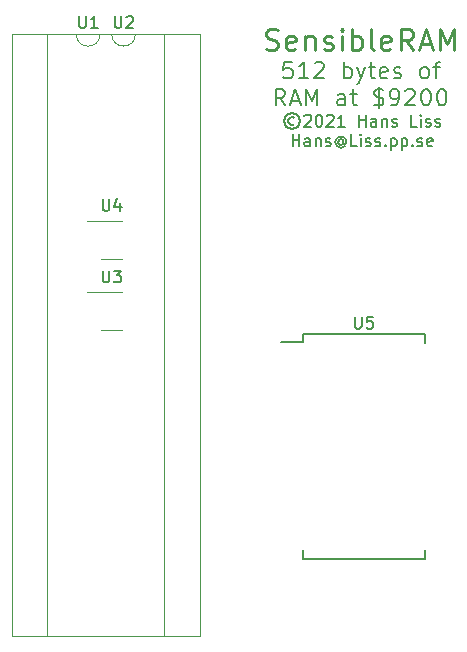
<source format=gbr>
%TF.GenerationSoftware,KiCad,Pcbnew,(5.1.10)-1*%
%TF.CreationDate,2021-09-20T13:18:37+02:00*%
%TF.ProjectId,SensibleRAM,53656e73-6962-46c6-9552-414d2e6b6963,rev?*%
%TF.SameCoordinates,Original*%
%TF.FileFunction,Legend,Top*%
%TF.FilePolarity,Positive*%
%FSLAX46Y46*%
G04 Gerber Fmt 4.6, Leading zero omitted, Abs format (unit mm)*
G04 Created by KiCad (PCBNEW (5.1.10)-1) date 2021-09-20 13:18:37*
%MOMM*%
%LPD*%
G01*
G04 APERTURE LIST*
%ADD10C,0.150000*%
%ADD11C,0.200000*%
%ADD12C,0.250000*%
%ADD13C,0.120000*%
G04 APERTURE END LIST*
D10*
X158068095Y-88725476D02*
X157972857Y-88677857D01*
X157782380Y-88677857D01*
X157687142Y-88725476D01*
X157591904Y-88820714D01*
X157544285Y-88915952D01*
X157544285Y-89106428D01*
X157591904Y-89201666D01*
X157687142Y-89296904D01*
X157782380Y-89344523D01*
X157972857Y-89344523D01*
X158068095Y-89296904D01*
X157877619Y-88344523D02*
X157639523Y-88392142D01*
X157401428Y-88535000D01*
X157258571Y-88773095D01*
X157210952Y-89011190D01*
X157258571Y-89249285D01*
X157401428Y-89487380D01*
X157639523Y-89630238D01*
X157877619Y-89677857D01*
X158115714Y-89630238D01*
X158353809Y-89487380D01*
X158496666Y-89249285D01*
X158544285Y-89011190D01*
X158496666Y-88773095D01*
X158353809Y-88535000D01*
X158115714Y-88392142D01*
X157877619Y-88344523D01*
X158925238Y-88582619D02*
X158972857Y-88535000D01*
X159068095Y-88487380D01*
X159306190Y-88487380D01*
X159401428Y-88535000D01*
X159449047Y-88582619D01*
X159496666Y-88677857D01*
X159496666Y-88773095D01*
X159449047Y-88915952D01*
X158877619Y-89487380D01*
X159496666Y-89487380D01*
X160115714Y-88487380D02*
X160210952Y-88487380D01*
X160306190Y-88535000D01*
X160353809Y-88582619D01*
X160401428Y-88677857D01*
X160449047Y-88868333D01*
X160449047Y-89106428D01*
X160401428Y-89296904D01*
X160353809Y-89392142D01*
X160306190Y-89439761D01*
X160210952Y-89487380D01*
X160115714Y-89487380D01*
X160020476Y-89439761D01*
X159972857Y-89392142D01*
X159925238Y-89296904D01*
X159877619Y-89106428D01*
X159877619Y-88868333D01*
X159925238Y-88677857D01*
X159972857Y-88582619D01*
X160020476Y-88535000D01*
X160115714Y-88487380D01*
X160830000Y-88582619D02*
X160877619Y-88535000D01*
X160972857Y-88487380D01*
X161210952Y-88487380D01*
X161306190Y-88535000D01*
X161353809Y-88582619D01*
X161401428Y-88677857D01*
X161401428Y-88773095D01*
X161353809Y-88915952D01*
X160782380Y-89487380D01*
X161401428Y-89487380D01*
X162353809Y-89487380D02*
X161782380Y-89487380D01*
X162068095Y-89487380D02*
X162068095Y-88487380D01*
X161972857Y-88630238D01*
X161877619Y-88725476D01*
X161782380Y-88773095D01*
X163544285Y-89487380D02*
X163544285Y-88487380D01*
X163544285Y-88963571D02*
X164115714Y-88963571D01*
X164115714Y-89487380D02*
X164115714Y-88487380D01*
X165020476Y-89487380D02*
X165020476Y-88963571D01*
X164972857Y-88868333D01*
X164877619Y-88820714D01*
X164687142Y-88820714D01*
X164591904Y-88868333D01*
X165020476Y-89439761D02*
X164925238Y-89487380D01*
X164687142Y-89487380D01*
X164591904Y-89439761D01*
X164544285Y-89344523D01*
X164544285Y-89249285D01*
X164591904Y-89154047D01*
X164687142Y-89106428D01*
X164925238Y-89106428D01*
X165020476Y-89058809D01*
X165496666Y-88820714D02*
X165496666Y-89487380D01*
X165496666Y-88915952D02*
X165544285Y-88868333D01*
X165639523Y-88820714D01*
X165782380Y-88820714D01*
X165877619Y-88868333D01*
X165925238Y-88963571D01*
X165925238Y-89487380D01*
X166353809Y-89439761D02*
X166449047Y-89487380D01*
X166639523Y-89487380D01*
X166734761Y-89439761D01*
X166782380Y-89344523D01*
X166782380Y-89296904D01*
X166734761Y-89201666D01*
X166639523Y-89154047D01*
X166496666Y-89154047D01*
X166401428Y-89106428D01*
X166353809Y-89011190D01*
X166353809Y-88963571D01*
X166401428Y-88868333D01*
X166496666Y-88820714D01*
X166639523Y-88820714D01*
X166734761Y-88868333D01*
X168449047Y-89487380D02*
X167972857Y-89487380D01*
X167972857Y-88487380D01*
X168782380Y-89487380D02*
X168782380Y-88820714D01*
X168782380Y-88487380D02*
X168734761Y-88535000D01*
X168782380Y-88582619D01*
X168830000Y-88535000D01*
X168782380Y-88487380D01*
X168782380Y-88582619D01*
X169210952Y-89439761D02*
X169306190Y-89487380D01*
X169496666Y-89487380D01*
X169591904Y-89439761D01*
X169639523Y-89344523D01*
X169639523Y-89296904D01*
X169591904Y-89201666D01*
X169496666Y-89154047D01*
X169353809Y-89154047D01*
X169258571Y-89106428D01*
X169210952Y-89011190D01*
X169210952Y-88963571D01*
X169258571Y-88868333D01*
X169353809Y-88820714D01*
X169496666Y-88820714D01*
X169591904Y-88868333D01*
X170020476Y-89439761D02*
X170115714Y-89487380D01*
X170306190Y-89487380D01*
X170401428Y-89439761D01*
X170449047Y-89344523D01*
X170449047Y-89296904D01*
X170401428Y-89201666D01*
X170306190Y-89154047D01*
X170163333Y-89154047D01*
X170068095Y-89106428D01*
X170020476Y-89011190D01*
X170020476Y-88963571D01*
X170068095Y-88868333D01*
X170163333Y-88820714D01*
X170306190Y-88820714D01*
X170401428Y-88868333D01*
X157925238Y-91137380D02*
X157925238Y-90137380D01*
X157925238Y-90613571D02*
X158496666Y-90613571D01*
X158496666Y-91137380D02*
X158496666Y-90137380D01*
X159401428Y-91137380D02*
X159401428Y-90613571D01*
X159353809Y-90518333D01*
X159258571Y-90470714D01*
X159068095Y-90470714D01*
X158972857Y-90518333D01*
X159401428Y-91089761D02*
X159306190Y-91137380D01*
X159068095Y-91137380D01*
X158972857Y-91089761D01*
X158925238Y-90994523D01*
X158925238Y-90899285D01*
X158972857Y-90804047D01*
X159068095Y-90756428D01*
X159306190Y-90756428D01*
X159401428Y-90708809D01*
X159877619Y-90470714D02*
X159877619Y-91137380D01*
X159877619Y-90565952D02*
X159925238Y-90518333D01*
X160020476Y-90470714D01*
X160163333Y-90470714D01*
X160258571Y-90518333D01*
X160306190Y-90613571D01*
X160306190Y-91137380D01*
X160734761Y-91089761D02*
X160830000Y-91137380D01*
X161020476Y-91137380D01*
X161115714Y-91089761D01*
X161163333Y-90994523D01*
X161163333Y-90946904D01*
X161115714Y-90851666D01*
X161020476Y-90804047D01*
X160877619Y-90804047D01*
X160782380Y-90756428D01*
X160734761Y-90661190D01*
X160734761Y-90613571D01*
X160782380Y-90518333D01*
X160877619Y-90470714D01*
X161020476Y-90470714D01*
X161115714Y-90518333D01*
X162210952Y-90661190D02*
X162163333Y-90613571D01*
X162068095Y-90565952D01*
X161972857Y-90565952D01*
X161877619Y-90613571D01*
X161830000Y-90661190D01*
X161782380Y-90756428D01*
X161782380Y-90851666D01*
X161830000Y-90946904D01*
X161877619Y-90994523D01*
X161972857Y-91042142D01*
X162068095Y-91042142D01*
X162163333Y-90994523D01*
X162210952Y-90946904D01*
X162210952Y-90565952D02*
X162210952Y-90946904D01*
X162258571Y-90994523D01*
X162306190Y-90994523D01*
X162401428Y-90946904D01*
X162449047Y-90851666D01*
X162449047Y-90613571D01*
X162353809Y-90470714D01*
X162210952Y-90375476D01*
X162020476Y-90327857D01*
X161830000Y-90375476D01*
X161687142Y-90470714D01*
X161591904Y-90613571D01*
X161544285Y-90804047D01*
X161591904Y-90994523D01*
X161687142Y-91137380D01*
X161830000Y-91232619D01*
X162020476Y-91280238D01*
X162210952Y-91232619D01*
X162353809Y-91137380D01*
X163353809Y-91137380D02*
X162877619Y-91137380D01*
X162877619Y-90137380D01*
X163687142Y-91137380D02*
X163687142Y-90470714D01*
X163687142Y-90137380D02*
X163639523Y-90185000D01*
X163687142Y-90232619D01*
X163734761Y-90185000D01*
X163687142Y-90137380D01*
X163687142Y-90232619D01*
X164115714Y-91089761D02*
X164210952Y-91137380D01*
X164401428Y-91137380D01*
X164496666Y-91089761D01*
X164544285Y-90994523D01*
X164544285Y-90946904D01*
X164496666Y-90851666D01*
X164401428Y-90804047D01*
X164258571Y-90804047D01*
X164163333Y-90756428D01*
X164115714Y-90661190D01*
X164115714Y-90613571D01*
X164163333Y-90518333D01*
X164258571Y-90470714D01*
X164401428Y-90470714D01*
X164496666Y-90518333D01*
X164925238Y-91089761D02*
X165020476Y-91137380D01*
X165210952Y-91137380D01*
X165306190Y-91089761D01*
X165353809Y-90994523D01*
X165353809Y-90946904D01*
X165306190Y-90851666D01*
X165210952Y-90804047D01*
X165068095Y-90804047D01*
X164972857Y-90756428D01*
X164925238Y-90661190D01*
X164925238Y-90613571D01*
X164972857Y-90518333D01*
X165068095Y-90470714D01*
X165210952Y-90470714D01*
X165306190Y-90518333D01*
X165782380Y-91042142D02*
X165830000Y-91089761D01*
X165782380Y-91137380D01*
X165734761Y-91089761D01*
X165782380Y-91042142D01*
X165782380Y-91137380D01*
X166258571Y-90470714D02*
X166258571Y-91470714D01*
X166258571Y-90518333D02*
X166353809Y-90470714D01*
X166544285Y-90470714D01*
X166639523Y-90518333D01*
X166687142Y-90565952D01*
X166734761Y-90661190D01*
X166734761Y-90946904D01*
X166687142Y-91042142D01*
X166639523Y-91089761D01*
X166544285Y-91137380D01*
X166353809Y-91137380D01*
X166258571Y-91089761D01*
X167163333Y-90470714D02*
X167163333Y-91470714D01*
X167163333Y-90518333D02*
X167258571Y-90470714D01*
X167449047Y-90470714D01*
X167544285Y-90518333D01*
X167591904Y-90565952D01*
X167639523Y-90661190D01*
X167639523Y-90946904D01*
X167591904Y-91042142D01*
X167544285Y-91089761D01*
X167449047Y-91137380D01*
X167258571Y-91137380D01*
X167163333Y-91089761D01*
X168068095Y-91042142D02*
X168115714Y-91089761D01*
X168068095Y-91137380D01*
X168020476Y-91089761D01*
X168068095Y-91042142D01*
X168068095Y-91137380D01*
X168496666Y-91089761D02*
X168591904Y-91137380D01*
X168782380Y-91137380D01*
X168877619Y-91089761D01*
X168925238Y-90994523D01*
X168925238Y-90946904D01*
X168877619Y-90851666D01*
X168782380Y-90804047D01*
X168639523Y-90804047D01*
X168544285Y-90756428D01*
X168496666Y-90661190D01*
X168496666Y-90613571D01*
X168544285Y-90518333D01*
X168639523Y-90470714D01*
X168782380Y-90470714D01*
X168877619Y-90518333D01*
X169734761Y-91089761D02*
X169639523Y-91137380D01*
X169449047Y-91137380D01*
X169353809Y-91089761D01*
X169306190Y-90994523D01*
X169306190Y-90613571D01*
X169353809Y-90518333D01*
X169449047Y-90470714D01*
X169639523Y-90470714D01*
X169734761Y-90518333D01*
X169782380Y-90613571D01*
X169782380Y-90708809D01*
X169306190Y-90804047D01*
D11*
X157856666Y-83993333D02*
X157190000Y-83993333D01*
X157123333Y-84660000D01*
X157190000Y-84593333D01*
X157323333Y-84526666D01*
X157656666Y-84526666D01*
X157790000Y-84593333D01*
X157856666Y-84660000D01*
X157923333Y-84793333D01*
X157923333Y-85126666D01*
X157856666Y-85260000D01*
X157790000Y-85326666D01*
X157656666Y-85393333D01*
X157323333Y-85393333D01*
X157190000Y-85326666D01*
X157123333Y-85260000D01*
X159256666Y-85393333D02*
X158456666Y-85393333D01*
X158856666Y-85393333D02*
X158856666Y-83993333D01*
X158723333Y-84193333D01*
X158590000Y-84326666D01*
X158456666Y-84393333D01*
X159790000Y-84126666D02*
X159856666Y-84060000D01*
X159990000Y-83993333D01*
X160323333Y-83993333D01*
X160456666Y-84060000D01*
X160523333Y-84126666D01*
X160590000Y-84260000D01*
X160590000Y-84393333D01*
X160523333Y-84593333D01*
X159723333Y-85393333D01*
X160590000Y-85393333D01*
X162256666Y-85393333D02*
X162256666Y-83993333D01*
X162256666Y-84526666D02*
X162390000Y-84460000D01*
X162656666Y-84460000D01*
X162790000Y-84526666D01*
X162856666Y-84593333D01*
X162923333Y-84726666D01*
X162923333Y-85126666D01*
X162856666Y-85260000D01*
X162790000Y-85326666D01*
X162656666Y-85393333D01*
X162390000Y-85393333D01*
X162256666Y-85326666D01*
X163390000Y-84460000D02*
X163723333Y-85393333D01*
X164056666Y-84460000D02*
X163723333Y-85393333D01*
X163590000Y-85726666D01*
X163523333Y-85793333D01*
X163390000Y-85860000D01*
X164390000Y-84460000D02*
X164923333Y-84460000D01*
X164590000Y-83993333D02*
X164590000Y-85193333D01*
X164656666Y-85326666D01*
X164790000Y-85393333D01*
X164923333Y-85393333D01*
X165923333Y-85326666D02*
X165790000Y-85393333D01*
X165523333Y-85393333D01*
X165390000Y-85326666D01*
X165323333Y-85193333D01*
X165323333Y-84660000D01*
X165390000Y-84526666D01*
X165523333Y-84460000D01*
X165790000Y-84460000D01*
X165923333Y-84526666D01*
X165990000Y-84660000D01*
X165990000Y-84793333D01*
X165323333Y-84926666D01*
X166523333Y-85326666D02*
X166656666Y-85393333D01*
X166923333Y-85393333D01*
X167056666Y-85326666D01*
X167123333Y-85193333D01*
X167123333Y-85126666D01*
X167056666Y-84993333D01*
X166923333Y-84926666D01*
X166723333Y-84926666D01*
X166590000Y-84860000D01*
X166523333Y-84726666D01*
X166523333Y-84660000D01*
X166590000Y-84526666D01*
X166723333Y-84460000D01*
X166923333Y-84460000D01*
X167056666Y-84526666D01*
X168990000Y-85393333D02*
X168856666Y-85326666D01*
X168790000Y-85260000D01*
X168723333Y-85126666D01*
X168723333Y-84726666D01*
X168790000Y-84593333D01*
X168856666Y-84526666D01*
X168990000Y-84460000D01*
X169190000Y-84460000D01*
X169323333Y-84526666D01*
X169390000Y-84593333D01*
X169456666Y-84726666D01*
X169456666Y-85126666D01*
X169390000Y-85260000D01*
X169323333Y-85326666D01*
X169190000Y-85393333D01*
X168990000Y-85393333D01*
X169856666Y-84460000D02*
X170390000Y-84460000D01*
X170056666Y-85393333D02*
X170056666Y-84193333D01*
X170123333Y-84060000D01*
X170256666Y-83993333D01*
X170390000Y-83993333D01*
X157290000Y-87693333D02*
X156823333Y-87026666D01*
X156490000Y-87693333D02*
X156490000Y-86293333D01*
X157023333Y-86293333D01*
X157156666Y-86360000D01*
X157223333Y-86426666D01*
X157290000Y-86560000D01*
X157290000Y-86760000D01*
X157223333Y-86893333D01*
X157156666Y-86960000D01*
X157023333Y-87026666D01*
X156490000Y-87026666D01*
X157823333Y-87293333D02*
X158490000Y-87293333D01*
X157690000Y-87693333D02*
X158156666Y-86293333D01*
X158623333Y-87693333D01*
X159090000Y-87693333D02*
X159090000Y-86293333D01*
X159556666Y-87293333D01*
X160023333Y-86293333D01*
X160023333Y-87693333D01*
X162356666Y-87693333D02*
X162356666Y-86960000D01*
X162290000Y-86826666D01*
X162156666Y-86760000D01*
X161890000Y-86760000D01*
X161756666Y-86826666D01*
X162356666Y-87626666D02*
X162223333Y-87693333D01*
X161890000Y-87693333D01*
X161756666Y-87626666D01*
X161690000Y-87493333D01*
X161690000Y-87360000D01*
X161756666Y-87226666D01*
X161890000Y-87160000D01*
X162223333Y-87160000D01*
X162356666Y-87093333D01*
X162823333Y-86760000D02*
X163356666Y-86760000D01*
X163023333Y-86293333D02*
X163023333Y-87493333D01*
X163090000Y-87626666D01*
X163223333Y-87693333D01*
X163356666Y-87693333D01*
X164823333Y-87626666D02*
X165023333Y-87693333D01*
X165356666Y-87693333D01*
X165490000Y-87626666D01*
X165556666Y-87560000D01*
X165623333Y-87426666D01*
X165623333Y-87293333D01*
X165556666Y-87160000D01*
X165490000Y-87093333D01*
X165356666Y-87026666D01*
X165090000Y-86960000D01*
X164956666Y-86893333D01*
X164890000Y-86826666D01*
X164823333Y-86693333D01*
X164823333Y-86560000D01*
X164890000Y-86426666D01*
X164956666Y-86360000D01*
X165090000Y-86293333D01*
X165423333Y-86293333D01*
X165623333Y-86360000D01*
X165223333Y-86093333D02*
X165223333Y-87893333D01*
X166290000Y-87693333D02*
X166556666Y-87693333D01*
X166690000Y-87626666D01*
X166756666Y-87560000D01*
X166890000Y-87360000D01*
X166956666Y-87093333D01*
X166956666Y-86560000D01*
X166890000Y-86426666D01*
X166823333Y-86360000D01*
X166690000Y-86293333D01*
X166423333Y-86293333D01*
X166290000Y-86360000D01*
X166223333Y-86426666D01*
X166156666Y-86560000D01*
X166156666Y-86893333D01*
X166223333Y-87026666D01*
X166290000Y-87093333D01*
X166423333Y-87160000D01*
X166690000Y-87160000D01*
X166823333Y-87093333D01*
X166890000Y-87026666D01*
X166956666Y-86893333D01*
X167490000Y-86426666D02*
X167556666Y-86360000D01*
X167690000Y-86293333D01*
X168023333Y-86293333D01*
X168156666Y-86360000D01*
X168223333Y-86426666D01*
X168290000Y-86560000D01*
X168290000Y-86693333D01*
X168223333Y-86893333D01*
X167423333Y-87693333D01*
X168290000Y-87693333D01*
X169156666Y-86293333D02*
X169290000Y-86293333D01*
X169423333Y-86360000D01*
X169490000Y-86426666D01*
X169556666Y-86560000D01*
X169623333Y-86826666D01*
X169623333Y-87160000D01*
X169556666Y-87426666D01*
X169490000Y-87560000D01*
X169423333Y-87626666D01*
X169290000Y-87693333D01*
X169156666Y-87693333D01*
X169023333Y-87626666D01*
X168956666Y-87560000D01*
X168890000Y-87426666D01*
X168823333Y-87160000D01*
X168823333Y-86826666D01*
X168890000Y-86560000D01*
X168956666Y-86426666D01*
X169023333Y-86360000D01*
X169156666Y-86293333D01*
X170490000Y-86293333D02*
X170623333Y-86293333D01*
X170756666Y-86360000D01*
X170823333Y-86426666D01*
X170890000Y-86560000D01*
X170956666Y-86826666D01*
X170956666Y-87160000D01*
X170890000Y-87426666D01*
X170823333Y-87560000D01*
X170756666Y-87626666D01*
X170623333Y-87693333D01*
X170490000Y-87693333D01*
X170356666Y-87626666D01*
X170290000Y-87560000D01*
X170223333Y-87426666D01*
X170156666Y-87160000D01*
X170156666Y-86826666D01*
X170223333Y-86560000D01*
X170290000Y-86426666D01*
X170356666Y-86360000D01*
X170490000Y-86293333D01*
D12*
X155675714Y-82948571D02*
X155932857Y-83034285D01*
X156361428Y-83034285D01*
X156532857Y-82948571D01*
X156618571Y-82862857D01*
X156704285Y-82691428D01*
X156704285Y-82520000D01*
X156618571Y-82348571D01*
X156532857Y-82262857D01*
X156361428Y-82177142D01*
X156018571Y-82091428D01*
X155847142Y-82005714D01*
X155761428Y-81920000D01*
X155675714Y-81748571D01*
X155675714Y-81577142D01*
X155761428Y-81405714D01*
X155847142Y-81320000D01*
X156018571Y-81234285D01*
X156447142Y-81234285D01*
X156704285Y-81320000D01*
X158161428Y-82948571D02*
X157990000Y-83034285D01*
X157647142Y-83034285D01*
X157475714Y-82948571D01*
X157390000Y-82777142D01*
X157390000Y-82091428D01*
X157475714Y-81920000D01*
X157647142Y-81834285D01*
X157990000Y-81834285D01*
X158161428Y-81920000D01*
X158247142Y-82091428D01*
X158247142Y-82262857D01*
X157390000Y-82434285D01*
X159018571Y-81834285D02*
X159018571Y-83034285D01*
X159018571Y-82005714D02*
X159104285Y-81920000D01*
X159275714Y-81834285D01*
X159532857Y-81834285D01*
X159704285Y-81920000D01*
X159790000Y-82091428D01*
X159790000Y-83034285D01*
X160561428Y-82948571D02*
X160732857Y-83034285D01*
X161075714Y-83034285D01*
X161247142Y-82948571D01*
X161332857Y-82777142D01*
X161332857Y-82691428D01*
X161247142Y-82520000D01*
X161075714Y-82434285D01*
X160818571Y-82434285D01*
X160647142Y-82348571D01*
X160561428Y-82177142D01*
X160561428Y-82091428D01*
X160647142Y-81920000D01*
X160818571Y-81834285D01*
X161075714Y-81834285D01*
X161247142Y-81920000D01*
X162104285Y-83034285D02*
X162104285Y-81834285D01*
X162104285Y-81234285D02*
X162018571Y-81320000D01*
X162104285Y-81405714D01*
X162190000Y-81320000D01*
X162104285Y-81234285D01*
X162104285Y-81405714D01*
X162961428Y-83034285D02*
X162961428Y-81234285D01*
X162961428Y-81920000D02*
X163132857Y-81834285D01*
X163475714Y-81834285D01*
X163647142Y-81920000D01*
X163732857Y-82005714D01*
X163818571Y-82177142D01*
X163818571Y-82691428D01*
X163732857Y-82862857D01*
X163647142Y-82948571D01*
X163475714Y-83034285D01*
X163132857Y-83034285D01*
X162961428Y-82948571D01*
X164847142Y-83034285D02*
X164675714Y-82948571D01*
X164590000Y-82777142D01*
X164590000Y-81234285D01*
X166218571Y-82948571D02*
X166047142Y-83034285D01*
X165704285Y-83034285D01*
X165532857Y-82948571D01*
X165447142Y-82777142D01*
X165447142Y-82091428D01*
X165532857Y-81920000D01*
X165704285Y-81834285D01*
X166047142Y-81834285D01*
X166218571Y-81920000D01*
X166304285Y-82091428D01*
X166304285Y-82262857D01*
X165447142Y-82434285D01*
X168104285Y-83034285D02*
X167504285Y-82177142D01*
X167075714Y-83034285D02*
X167075714Y-81234285D01*
X167761428Y-81234285D01*
X167932857Y-81320000D01*
X168018571Y-81405714D01*
X168104285Y-81577142D01*
X168104285Y-81834285D01*
X168018571Y-82005714D01*
X167932857Y-82091428D01*
X167761428Y-82177142D01*
X167075714Y-82177142D01*
X168790000Y-82520000D02*
X169647142Y-82520000D01*
X168618571Y-83034285D02*
X169218571Y-81234285D01*
X169818571Y-83034285D01*
X170418571Y-83034285D02*
X170418571Y-81234285D01*
X171018571Y-82520000D01*
X171618571Y-81234285D01*
X171618571Y-83034285D01*
D10*
%TO.C,U5*%
X158785000Y-107705000D02*
X156960000Y-107705000D01*
X158785000Y-126105000D02*
X169135000Y-126105000D01*
X158785000Y-107055000D02*
X169135000Y-107055000D01*
X158785000Y-126105000D02*
X158785000Y-125360000D01*
X169135000Y-126105000D02*
X169135000Y-125360000D01*
X169135000Y-107055000D02*
X169135000Y-107800000D01*
X158785000Y-107055000D02*
X158785000Y-107705000D01*
D13*
%TO.C,U3*%
X141710000Y-106730000D02*
X143510000Y-106730000D01*
X143510000Y-103510000D02*
X140560000Y-103510000D01*
%TO.C,U4*%
X143510000Y-97440000D02*
X140560000Y-97440000D01*
X141710000Y-100660000D02*
X143510000Y-100660000D01*
%TO.C,U1*%
X147080000Y-81670000D02*
X141620000Y-81670000D01*
X147080000Y-132590000D02*
X147080000Y-81670000D01*
X134160000Y-132590000D02*
X147080000Y-132590000D01*
X134160000Y-81670000D02*
X134160000Y-132590000D01*
X139620000Y-81670000D02*
X134160000Y-81670000D01*
X141620000Y-81670000D02*
G75*
G02*
X139620000Y-81670000I-1000000J0D01*
G01*
%TO.C,U2*%
X142620000Y-81670000D02*
X137160000Y-81670000D01*
X137160000Y-81670000D02*
X137160000Y-132590000D01*
X137160000Y-132590000D02*
X150080000Y-132590000D01*
X150080000Y-132590000D02*
X150080000Y-81670000D01*
X150080000Y-81670000D02*
X144620000Y-81670000D01*
X144620000Y-81670000D02*
G75*
G02*
X142620000Y-81670000I-1000000J0D01*
G01*
%TO.C,U5*%
D10*
X163198095Y-105582380D02*
X163198095Y-106391904D01*
X163245714Y-106487142D01*
X163293333Y-106534761D01*
X163388571Y-106582380D01*
X163579047Y-106582380D01*
X163674285Y-106534761D01*
X163721904Y-106487142D01*
X163769523Y-106391904D01*
X163769523Y-105582380D01*
X164721904Y-105582380D02*
X164245714Y-105582380D01*
X164198095Y-106058571D01*
X164245714Y-106010952D01*
X164340952Y-105963333D01*
X164579047Y-105963333D01*
X164674285Y-106010952D01*
X164721904Y-106058571D01*
X164769523Y-106153809D01*
X164769523Y-106391904D01*
X164721904Y-106487142D01*
X164674285Y-106534761D01*
X164579047Y-106582380D01*
X164340952Y-106582380D01*
X164245714Y-106534761D01*
X164198095Y-106487142D01*
%TO.C,U3*%
X141848095Y-101672380D02*
X141848095Y-102481904D01*
X141895714Y-102577142D01*
X141943333Y-102624761D01*
X142038571Y-102672380D01*
X142229047Y-102672380D01*
X142324285Y-102624761D01*
X142371904Y-102577142D01*
X142419523Y-102481904D01*
X142419523Y-101672380D01*
X142800476Y-101672380D02*
X143419523Y-101672380D01*
X143086190Y-102053333D01*
X143229047Y-102053333D01*
X143324285Y-102100952D01*
X143371904Y-102148571D01*
X143419523Y-102243809D01*
X143419523Y-102481904D01*
X143371904Y-102577142D01*
X143324285Y-102624761D01*
X143229047Y-102672380D01*
X142943333Y-102672380D01*
X142848095Y-102624761D01*
X142800476Y-102577142D01*
%TO.C,U4*%
X141848095Y-95602380D02*
X141848095Y-96411904D01*
X141895714Y-96507142D01*
X141943333Y-96554761D01*
X142038571Y-96602380D01*
X142229047Y-96602380D01*
X142324285Y-96554761D01*
X142371904Y-96507142D01*
X142419523Y-96411904D01*
X142419523Y-95602380D01*
X143324285Y-95935714D02*
X143324285Y-96602380D01*
X143086190Y-95554761D02*
X142848095Y-96269047D01*
X143467142Y-96269047D01*
%TO.C,U1*%
X139858095Y-80122380D02*
X139858095Y-80931904D01*
X139905714Y-81027142D01*
X139953333Y-81074761D01*
X140048571Y-81122380D01*
X140239047Y-81122380D01*
X140334285Y-81074761D01*
X140381904Y-81027142D01*
X140429523Y-80931904D01*
X140429523Y-80122380D01*
X141429523Y-81122380D02*
X140858095Y-81122380D01*
X141143809Y-81122380D02*
X141143809Y-80122380D01*
X141048571Y-80265238D01*
X140953333Y-80360476D01*
X140858095Y-80408095D01*
%TO.C,U2*%
X142858095Y-80122380D02*
X142858095Y-80931904D01*
X142905714Y-81027142D01*
X142953333Y-81074761D01*
X143048571Y-81122380D01*
X143239047Y-81122380D01*
X143334285Y-81074761D01*
X143381904Y-81027142D01*
X143429523Y-80931904D01*
X143429523Y-80122380D01*
X143858095Y-80217619D02*
X143905714Y-80170000D01*
X144000952Y-80122380D01*
X144239047Y-80122380D01*
X144334285Y-80170000D01*
X144381904Y-80217619D01*
X144429523Y-80312857D01*
X144429523Y-80408095D01*
X144381904Y-80550952D01*
X143810476Y-81122380D01*
X144429523Y-81122380D01*
%TD*%
M02*

</source>
